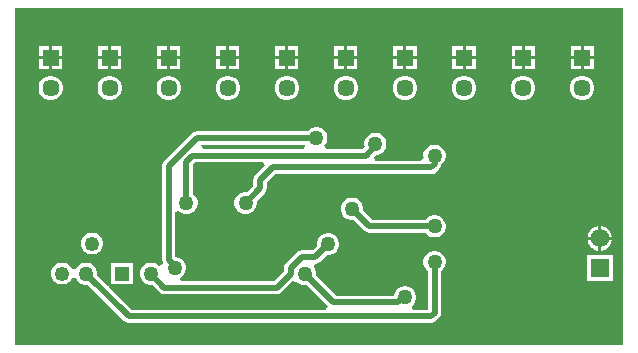
<source format=gbl>
G04*
G04 #@! TF.GenerationSoftware,Altium Limited,Altium Designer,25.1.2 (22)*
G04*
G04 Layer_Physical_Order=2*
G04 Layer_Color=16711680*
%FSLAX44Y44*%
%MOMM*%
G71*
G04*
G04 #@! TF.SameCoordinates,AD346B73-5CDA-477C-9317-97912F4A6BFF*
G04*
G04*
G04 #@! TF.FilePolarity,Positive*
G04*
G01*
G75*
%ADD24C,1.4500*%
%ADD25R,1.4500X1.4500*%
%ADD26C,1.5700*%
%ADD27R,1.5700X1.5700*%
%ADD28C,1.2500*%
%ADD29R,1.2500X1.2500*%
%ADD31C,0.5000*%
%ADD32C,1.2700*%
G36*
X515000Y0D02*
X0D01*
Y285000D01*
X515000D01*
Y0D01*
D02*
G37*
%LPC*%
G36*
X489790Y252490D02*
X481270D01*
Y243970D01*
X489790D01*
Y252490D01*
D02*
G37*
G36*
X439790D02*
X431270D01*
Y243970D01*
X439790D01*
Y252490D01*
D02*
G37*
G36*
X389790D02*
X381270D01*
Y243970D01*
X389790D01*
Y252490D01*
D02*
G37*
G36*
X339790D02*
X331270D01*
Y243970D01*
X339790D01*
Y252490D01*
D02*
G37*
G36*
X289790D02*
X281270D01*
Y243970D01*
X289790D01*
Y252490D01*
D02*
G37*
G36*
X239790D02*
X231270D01*
Y243970D01*
X239790D01*
Y252490D01*
D02*
G37*
G36*
X189790D02*
X181270D01*
Y243970D01*
X189790D01*
Y252490D01*
D02*
G37*
G36*
X139790D02*
X131270D01*
Y243970D01*
X139790D01*
Y252490D01*
D02*
G37*
G36*
X89790D02*
X81270D01*
Y243970D01*
X89790D01*
Y252490D01*
D02*
G37*
G36*
X39790D02*
X31270D01*
Y243970D01*
X39790D01*
Y252490D01*
D02*
G37*
G36*
X478730D02*
X470210D01*
Y243970D01*
X478730D01*
Y252490D01*
D02*
G37*
G36*
X428730D02*
X420210D01*
Y243970D01*
X428730D01*
Y252490D01*
D02*
G37*
G36*
X378730D02*
X370210D01*
Y243970D01*
X378730D01*
Y252490D01*
D02*
G37*
G36*
X328730D02*
X320210D01*
Y243970D01*
X328730D01*
Y252490D01*
D02*
G37*
G36*
X278730D02*
X270210D01*
Y243970D01*
X278730D01*
Y252490D01*
D02*
G37*
G36*
X228730D02*
X220210D01*
Y243970D01*
X228730D01*
Y252490D01*
D02*
G37*
G36*
X178730D02*
X170210D01*
Y243970D01*
X178730D01*
Y252490D01*
D02*
G37*
G36*
X128730D02*
X120210D01*
Y243970D01*
X128730D01*
Y252490D01*
D02*
G37*
G36*
X78730D02*
X70210D01*
Y243970D01*
X78730D01*
Y252490D01*
D02*
G37*
G36*
X28730D02*
X20210D01*
Y243970D01*
X28730D01*
Y252490D01*
D02*
G37*
G36*
X489790Y241430D02*
X481270D01*
Y232910D01*
X489790D01*
Y241430D01*
D02*
G37*
G36*
X478730D02*
X470210D01*
Y232910D01*
X478730D01*
Y241430D01*
D02*
G37*
G36*
X439790D02*
X431270D01*
Y232910D01*
X439790D01*
Y241430D01*
D02*
G37*
G36*
X428730D02*
X420210D01*
Y232910D01*
X428730D01*
Y241430D01*
D02*
G37*
G36*
X389790D02*
X381270D01*
Y232910D01*
X389790D01*
Y241430D01*
D02*
G37*
G36*
X378730D02*
X370210D01*
Y232910D01*
X378730D01*
Y241430D01*
D02*
G37*
G36*
X339790D02*
X331270D01*
Y232910D01*
X339790D01*
Y241430D01*
D02*
G37*
G36*
X328730D02*
X320210D01*
Y232910D01*
X328730D01*
Y241430D01*
D02*
G37*
G36*
X289790D02*
X281270D01*
Y232910D01*
X289790D01*
Y241430D01*
D02*
G37*
G36*
X278730D02*
X270210D01*
Y232910D01*
X278730D01*
Y241430D01*
D02*
G37*
G36*
X239790D02*
X231270D01*
Y232910D01*
X239790D01*
Y241430D01*
D02*
G37*
G36*
X228730D02*
X220210D01*
Y232910D01*
X228730D01*
Y241430D01*
D02*
G37*
G36*
X189790D02*
X181270D01*
Y232910D01*
X189790D01*
Y241430D01*
D02*
G37*
G36*
X178730D02*
X170210D01*
Y232910D01*
X178730D01*
Y241430D01*
D02*
G37*
G36*
X139790D02*
X131270D01*
Y232910D01*
X139790D01*
Y241430D01*
D02*
G37*
G36*
X128730D02*
X120210D01*
Y232910D01*
X128730D01*
Y241430D01*
D02*
G37*
G36*
X89790D02*
X81270D01*
Y232910D01*
X89790D01*
Y241430D01*
D02*
G37*
G36*
X78730D02*
X70210D01*
Y232910D01*
X78730D01*
Y241430D01*
D02*
G37*
G36*
X39790D02*
X31270D01*
Y232910D01*
X39790D01*
Y241430D01*
D02*
G37*
G36*
X28730D02*
X20210D01*
Y232910D01*
X28730D01*
Y241430D01*
D02*
G37*
G36*
X481349Y227550D02*
X478651D01*
X476044Y226852D01*
X473706Y225502D01*
X471798Y223594D01*
X470448Y221256D01*
X469750Y218649D01*
Y215951D01*
X470448Y213344D01*
X471798Y211006D01*
X473706Y209098D01*
X476044Y207749D01*
X478651Y207050D01*
X481349D01*
X483956Y207749D01*
X486294Y209098D01*
X488202Y211006D01*
X489552Y213344D01*
X490250Y215951D01*
Y218649D01*
X489552Y221256D01*
X488202Y223594D01*
X486294Y225502D01*
X483956Y226852D01*
X481349Y227550D01*
D02*
G37*
G36*
X431349D02*
X428651D01*
X426044Y226852D01*
X423706Y225502D01*
X421798Y223594D01*
X420448Y221256D01*
X419750Y218649D01*
Y215951D01*
X420448Y213344D01*
X421798Y211006D01*
X423706Y209098D01*
X426044Y207749D01*
X428651Y207050D01*
X431349D01*
X433956Y207749D01*
X436294Y209098D01*
X438202Y211006D01*
X439552Y213344D01*
X440250Y215951D01*
Y218649D01*
X439552Y221256D01*
X438202Y223594D01*
X436294Y225502D01*
X433956Y226852D01*
X431349Y227550D01*
D02*
G37*
G36*
X381349D02*
X378651D01*
X376044Y226852D01*
X373706Y225502D01*
X371798Y223594D01*
X370448Y221256D01*
X369750Y218649D01*
Y215951D01*
X370448Y213344D01*
X371798Y211006D01*
X373706Y209098D01*
X376044Y207749D01*
X378651Y207050D01*
X381349D01*
X383956Y207749D01*
X386294Y209098D01*
X388202Y211006D01*
X389552Y213344D01*
X390250Y215951D01*
Y218649D01*
X389552Y221256D01*
X388202Y223594D01*
X386294Y225502D01*
X383956Y226852D01*
X381349Y227550D01*
D02*
G37*
G36*
X331349D02*
X328651D01*
X326044Y226852D01*
X323706Y225502D01*
X321798Y223594D01*
X320448Y221256D01*
X319750Y218649D01*
Y215951D01*
X320448Y213344D01*
X321798Y211006D01*
X323706Y209098D01*
X326044Y207749D01*
X328651Y207050D01*
X331349D01*
X333956Y207749D01*
X336294Y209098D01*
X338202Y211006D01*
X339552Y213344D01*
X340250Y215951D01*
Y218649D01*
X339552Y221256D01*
X338202Y223594D01*
X336294Y225502D01*
X333956Y226852D01*
X331349Y227550D01*
D02*
G37*
G36*
X281349D02*
X278651D01*
X276044Y226852D01*
X273706Y225502D01*
X271798Y223594D01*
X270448Y221256D01*
X269750Y218649D01*
Y215951D01*
X270448Y213344D01*
X271798Y211006D01*
X273706Y209098D01*
X276044Y207749D01*
X278651Y207050D01*
X281349D01*
X283956Y207749D01*
X286294Y209098D01*
X288202Y211006D01*
X289552Y213344D01*
X290250Y215951D01*
Y218649D01*
X289552Y221256D01*
X288202Y223594D01*
X286294Y225502D01*
X283956Y226852D01*
X281349Y227550D01*
D02*
G37*
G36*
X231349D02*
X228651D01*
X226044Y226852D01*
X223706Y225502D01*
X221798Y223594D01*
X220448Y221256D01*
X219750Y218649D01*
Y215951D01*
X220448Y213344D01*
X221798Y211006D01*
X223706Y209098D01*
X226044Y207749D01*
X228651Y207050D01*
X231349D01*
X233956Y207749D01*
X236294Y209098D01*
X238202Y211006D01*
X239552Y213344D01*
X240250Y215951D01*
Y218649D01*
X239552Y221256D01*
X238202Y223594D01*
X236294Y225502D01*
X233956Y226852D01*
X231349Y227550D01*
D02*
G37*
G36*
X181349D02*
X178651D01*
X176044Y226852D01*
X173706Y225502D01*
X171798Y223594D01*
X170448Y221256D01*
X169750Y218649D01*
Y215951D01*
X170448Y213344D01*
X171798Y211006D01*
X173706Y209098D01*
X176044Y207749D01*
X178651Y207050D01*
X181349D01*
X183956Y207749D01*
X186294Y209098D01*
X188202Y211006D01*
X189552Y213344D01*
X190250Y215951D01*
Y218649D01*
X189552Y221256D01*
X188202Y223594D01*
X186294Y225502D01*
X183956Y226852D01*
X181349Y227550D01*
D02*
G37*
G36*
X131349D02*
X128651D01*
X126044Y226852D01*
X123706Y225502D01*
X121798Y223594D01*
X120449Y221256D01*
X119750Y218649D01*
Y215951D01*
X120449Y213344D01*
X121798Y211006D01*
X123706Y209098D01*
X126044Y207749D01*
X128651Y207050D01*
X131349D01*
X133956Y207749D01*
X136294Y209098D01*
X138202Y211006D01*
X139551Y213344D01*
X140250Y215951D01*
Y218649D01*
X139551Y221256D01*
X138202Y223594D01*
X136294Y225502D01*
X133956Y226852D01*
X131349Y227550D01*
D02*
G37*
G36*
X81349D02*
X78651D01*
X76044Y226852D01*
X73706Y225502D01*
X71798Y223594D01*
X70448Y221256D01*
X69750Y218649D01*
Y215951D01*
X70448Y213344D01*
X71798Y211006D01*
X73706Y209098D01*
X76044Y207749D01*
X78651Y207050D01*
X81349D01*
X83956Y207749D01*
X86294Y209098D01*
X88202Y211006D01*
X89551Y213344D01*
X90250Y215951D01*
Y218649D01*
X89551Y221256D01*
X88202Y223594D01*
X86294Y225502D01*
X83956Y226852D01*
X81349Y227550D01*
D02*
G37*
G36*
X31349D02*
X28651D01*
X26044Y226852D01*
X23706Y225502D01*
X21798Y223594D01*
X20449Y221256D01*
X19750Y218649D01*
Y215951D01*
X20449Y213344D01*
X21798Y211006D01*
X23706Y209098D01*
X26044Y207749D01*
X28651Y207050D01*
X31349D01*
X33956Y207749D01*
X36294Y209098D01*
X38202Y211006D01*
X39551Y213344D01*
X40250Y215951D01*
Y218649D01*
X39551Y221256D01*
X38202Y223594D01*
X36294Y225502D01*
X33956Y226852D01*
X31349Y227550D01*
D02*
G37*
G36*
X256231Y184350D02*
X253769D01*
X251391Y183713D01*
X249259Y182482D01*
X247518Y180741D01*
X247441Y180608D01*
X153686D01*
X151540Y180181D01*
X149721Y178965D01*
X126035Y155279D01*
X124819Y153460D01*
X124392Y151314D01*
Y71779D01*
X124819Y69633D01*
X125191Y69076D01*
X124690Y67653D01*
X121272Y66951D01*
X120741Y67482D01*
X118609Y68713D01*
X116231Y69350D01*
X113769D01*
X111391Y68713D01*
X109259Y67482D01*
X107518Y65741D01*
X106287Y63609D01*
X105650Y61231D01*
Y58769D01*
X106287Y56391D01*
X107518Y54259D01*
X109259Y52518D01*
X111391Y51287D01*
X113769Y50650D01*
X115842D01*
X122307Y44185D01*
X124126Y42969D01*
X126272Y42542D01*
X221300D01*
X223446Y42969D01*
X225265Y44185D01*
X234759Y53678D01*
X238550Y53227D01*
X239259Y52518D01*
X241391Y51287D01*
X243769Y50650D01*
X246231D01*
X246380Y50690D01*
X264448Y32622D01*
X263475Y29768D01*
X263359Y29622D01*
X98309D01*
X79239Y48692D01*
X81273Y50900D01*
X84099Y50900D01*
X99650D01*
Y69400D01*
X81150D01*
Y53898D01*
X81150Y51023D01*
X78942Y48989D01*
X69310Y58620D01*
X69350Y58769D01*
Y61231D01*
X68713Y63609D01*
X67482Y65741D01*
X65741Y67482D01*
X63609Y68713D01*
X61231Y69350D01*
X58769D01*
X56391Y68713D01*
X54259Y67482D01*
X52518Y65741D01*
X51334Y63689D01*
X51031Y63618D01*
X48257Y63719D01*
X48214Y63730D01*
X47002Y65830D01*
X45280Y67552D01*
X43170Y68770D01*
X40818Y69400D01*
X38382D01*
X36030Y68770D01*
X33920Y67552D01*
X32198Y65830D01*
X30980Y63720D01*
X30350Y61368D01*
Y58932D01*
X30980Y56580D01*
X32198Y54470D01*
X33920Y52748D01*
X36030Y51530D01*
X38382Y50900D01*
X40818D01*
X43170Y51530D01*
X45280Y52748D01*
X47002Y54470D01*
X48159Y56475D01*
X48547Y56562D01*
X51281Y56414D01*
X51287Y56391D01*
X52518Y54259D01*
X54259Y52518D01*
X56391Y51287D01*
X58769Y50650D01*
X61231D01*
X61380Y50690D01*
X92021Y20049D01*
X93840Y18833D01*
X95986Y18406D01*
X352071D01*
X354217Y18833D01*
X356036Y20049D01*
X358965Y22978D01*
X360181Y24797D01*
X360608Y26943D01*
Y62441D01*
X360741Y62518D01*
X362482Y64259D01*
X363713Y66391D01*
X364350Y68769D01*
Y71231D01*
X363713Y73609D01*
X362482Y75741D01*
X360741Y77482D01*
X358609Y78713D01*
X356231Y79350D01*
X353769D01*
X351391Y78713D01*
X349259Y77482D01*
X347518Y75741D01*
X346287Y73609D01*
X345650Y71231D01*
Y68769D01*
X346287Y66391D01*
X347518Y64259D01*
X349259Y62518D01*
X349392Y62441D01*
Y29622D01*
X336724D01*
X335868Y32144D01*
X335845Y32622D01*
X337482Y34259D01*
X338713Y36391D01*
X339350Y38769D01*
Y41231D01*
X338713Y43609D01*
X337482Y45741D01*
X335741Y47482D01*
X333609Y48713D01*
X331231Y49350D01*
X328769D01*
X326391Y48713D01*
X324259Y47482D01*
X322518Y45741D01*
X321287Y43609D01*
X320714Y41472D01*
X271459D01*
X254310Y58620D01*
X254350Y58769D01*
Y61231D01*
X253713Y63609D01*
X252558Y65610D01*
X252704Y66205D01*
X253856Y68610D01*
X254218D01*
X256364Y69037D01*
X258183Y70252D01*
X263620Y75690D01*
X263769Y75650D01*
X266231D01*
X268609Y76287D01*
X270741Y77518D01*
X272482Y79259D01*
X273713Y81391D01*
X274350Y83769D01*
Y86231D01*
X273713Y88609D01*
X272482Y90741D01*
X270741Y92482D01*
X268609Y93713D01*
X266231Y94350D01*
X263769D01*
X261391Y93713D01*
X259259Y92482D01*
X257518Y90741D01*
X256287Y88609D01*
X255650Y86231D01*
Y83769D01*
X255690Y83620D01*
X251895Y79825D01*
X242459D01*
X240313Y79398D01*
X238494Y78183D01*
X229185Y68874D01*
X227969Y67054D01*
X227542Y64908D01*
Y62323D01*
X218977Y53758D01*
X140228D01*
X139424Y56758D01*
X140741Y57518D01*
X142482Y59259D01*
X143713Y61391D01*
X144350Y63769D01*
Y66231D01*
X143713Y68609D01*
X142482Y70741D01*
X140741Y72482D01*
X138609Y73713D01*
X136231Y74350D01*
X135608D01*
Y111927D01*
X138608Y113169D01*
X139259Y112518D01*
X141391Y111287D01*
X143769Y110650D01*
X146231D01*
X148609Y111287D01*
X150741Y112518D01*
X152482Y114259D01*
X153713Y116391D01*
X154350Y118769D01*
Y121231D01*
X153713Y123609D01*
X152482Y125741D01*
X150741Y127482D01*
X150608Y127559D01*
Y152677D01*
X152323Y154392D01*
X210148D01*
X211391Y151392D01*
X203236Y143237D01*
X202020Y141418D01*
X201593Y139272D01*
Y134524D01*
X196380Y129310D01*
X196231Y129350D01*
X193769D01*
X191391Y128713D01*
X189259Y127482D01*
X187518Y125741D01*
X186287Y123609D01*
X185650Y121231D01*
Y118769D01*
X186287Y116391D01*
X187518Y114259D01*
X189259Y112518D01*
X191391Y111287D01*
X193769Y110650D01*
X196231D01*
X198609Y111287D01*
X200741Y112518D01*
X202482Y114259D01*
X203713Y116391D01*
X204350Y118769D01*
Y121231D01*
X204310Y121380D01*
X211166Y128236D01*
X212382Y130055D01*
X212809Y132201D01*
Y136949D01*
X220252Y144392D01*
X352071D01*
X354217Y144819D01*
X356036Y146035D01*
X358965Y148964D01*
X360181Y150783D01*
X360498Y152378D01*
X360741Y152518D01*
X362482Y154259D01*
X363713Y156391D01*
X364350Y158769D01*
Y161231D01*
X363713Y163609D01*
X362482Y165741D01*
X360741Y167482D01*
X358609Y168713D01*
X356231Y169350D01*
X353769D01*
X351391Y168713D01*
X349259Y167482D01*
X347518Y165741D01*
X346287Y163609D01*
X345650Y161231D01*
Y158769D01*
X345693Y158608D01*
X343395Y155608D01*
X304852D01*
X303609Y158608D01*
X305652Y160650D01*
X306231D01*
X308609Y161287D01*
X310741Y162518D01*
X312482Y164259D01*
X313713Y166391D01*
X314350Y168769D01*
Y171231D01*
X313713Y173609D01*
X312482Y175741D01*
X310741Y177482D01*
X308609Y178713D01*
X306231Y179350D01*
X303769D01*
X301391Y178713D01*
X299259Y177482D01*
X297518Y175741D01*
X296287Y173609D01*
X295650Y171231D01*
Y168769D01*
X295811Y168167D01*
X293692Y165608D01*
X263073D01*
X261831Y168608D01*
X262482Y169259D01*
X263713Y171391D01*
X264350Y173769D01*
Y176231D01*
X263713Y178609D01*
X262482Y180741D01*
X260741Y182482D01*
X258609Y183713D01*
X256231Y184350D01*
D02*
G37*
G36*
X496368Y100390D02*
X496270D01*
Y91270D01*
X505390D01*
Y91368D01*
X504682Y94010D01*
X503314Y96380D01*
X501380Y98314D01*
X499010Y99682D01*
X496368Y100390D01*
D02*
G37*
G36*
X493730D02*
X493632D01*
X490990Y99682D01*
X488620Y98314D01*
X486686Y96380D01*
X485318Y94010D01*
X484610Y91368D01*
Y91270D01*
X493730D01*
Y100390D01*
D02*
G37*
G36*
X286231Y124350D02*
X283769D01*
X281391Y123713D01*
X279259Y122482D01*
X277518Y120741D01*
X276287Y118609D01*
X275650Y116231D01*
Y113769D01*
X276287Y111391D01*
X277518Y109259D01*
X279259Y107518D01*
X281391Y106287D01*
X283769Y105650D01*
X286231D01*
X286380Y105690D01*
X295885Y96185D01*
X297704Y94969D01*
X299850Y94542D01*
X347441D01*
X347518Y94409D01*
X349259Y92668D01*
X351391Y91437D01*
X353769Y90800D01*
X356231D01*
X358609Y91437D01*
X360741Y92668D01*
X362482Y94409D01*
X363713Y96541D01*
X364350Y98919D01*
Y101381D01*
X363713Y103759D01*
X362482Y105891D01*
X360741Y107632D01*
X358609Y108863D01*
X356231Y109500D01*
X353769D01*
X351391Y108863D01*
X349259Y107632D01*
X347518Y105891D01*
X347441Y105758D01*
X302173D01*
X294310Y113620D01*
X294350Y113769D01*
Y116231D01*
X293713Y118609D01*
X292482Y120741D01*
X290741Y122482D01*
X288609Y123713D01*
X286231Y124350D01*
D02*
G37*
G36*
X505390Y88730D02*
X496270D01*
Y79610D01*
X496368D01*
X499010Y80318D01*
X501380Y81686D01*
X503314Y83620D01*
X504682Y85990D01*
X505390Y88632D01*
Y88730D01*
D02*
G37*
G36*
X493730D02*
X484610D01*
Y88632D01*
X485318Y85990D01*
X486686Y83620D01*
X488620Y81686D01*
X490990Y80318D01*
X493632Y79610D01*
X493730D01*
Y88730D01*
D02*
G37*
G36*
X66218Y94800D02*
X63782D01*
X61430Y94170D01*
X59320Y92952D01*
X57598Y91230D01*
X56380Y89120D01*
X55750Y86768D01*
Y84332D01*
X56380Y81980D01*
X57598Y79870D01*
X59320Y78148D01*
X61430Y76930D01*
X63782Y76300D01*
X66218D01*
X68570Y76930D01*
X70680Y78148D01*
X72402Y79870D01*
X73620Y81980D01*
X74250Y84332D01*
Y86768D01*
X73620Y89120D01*
X72402Y91230D01*
X70680Y92952D01*
X68570Y94170D01*
X66218Y94800D01*
D02*
G37*
G36*
X505850Y75450D02*
X484150D01*
Y53750D01*
X505850D01*
Y75450D01*
D02*
G37*
%LPD*%
G36*
X245771Y168608D02*
X244168Y165608D01*
X158829D01*
X157272Y168608D01*
X157824Y169392D01*
X245247D01*
X245771Y168608D01*
D02*
G37*
D24*
X30000Y217300D02*
D03*
X80000D02*
D03*
X130000D02*
D03*
X180000D02*
D03*
X230000D02*
D03*
X280000D02*
D03*
X330000D02*
D03*
X380000D02*
D03*
X430000D02*
D03*
X480000D02*
D03*
D25*
X30000Y242700D02*
D03*
X80000D02*
D03*
X130000D02*
D03*
X180000D02*
D03*
X230000D02*
D03*
X280000D02*
D03*
X330000D02*
D03*
X380000D02*
D03*
X430000D02*
D03*
X480000D02*
D03*
D26*
X495000Y90000D02*
D03*
D27*
Y64600D02*
D03*
D28*
X65000Y85550D02*
D03*
X39600Y60150D02*
D03*
D29*
X90400D02*
D03*
D31*
X323780Y35864D02*
X327916Y40000D01*
X330000D01*
X269136Y35864D02*
X323780D01*
X299850Y100150D02*
X355000D01*
X285000Y115000D02*
X299850Y100150D01*
X355000Y26943D02*
Y70000D01*
X352071Y24014D02*
X355000Y26943D01*
X95986Y24014D02*
X352071D01*
X145000Y120000D02*
Y155000D01*
X130000Y71779D02*
Y151314D01*
X135000Y65000D02*
Y66779D01*
X130000Y71779D02*
X135000Y66779D01*
X130000Y151314D02*
X153686Y175000D01*
X60000Y60000D02*
X95986Y24014D01*
X115000Y59422D02*
Y60000D01*
X126272Y48150D02*
X221300D01*
X115000Y59422D02*
X126272Y48150D01*
X254218Y74218D02*
X265000Y85000D01*
X242459Y74218D02*
X254218D01*
X233150Y64908D02*
X242459Y74218D01*
X233150Y60000D02*
Y64908D01*
X221300Y48150D02*
X233150Y60000D01*
X245000D02*
X269136Y35864D01*
X153686Y175000D02*
X255000D01*
X150000Y160000D02*
X297071D01*
X145000Y155000D02*
X150000Y160000D01*
X305000Y167929D02*
Y170000D01*
X297071Y160000D02*
X305000Y167929D01*
X217929Y150000D02*
X352071D01*
X207201Y139272D02*
X217929Y150000D01*
X207201Y132201D02*
Y139272D01*
X195000Y120000D02*
X207201Y132201D01*
X352071Y150000D02*
X355000Y152929D01*
Y160000D01*
X355000Y160000D01*
D32*
X330000Y40000D02*
D03*
X355000Y100150D02*
D03*
Y70000D02*
D03*
X145000Y120000D02*
D03*
X135000Y65000D02*
D03*
X60000Y60000D02*
D03*
X115000D02*
D03*
X265000Y85000D02*
D03*
X285000Y115000D02*
D03*
X245000Y60000D02*
D03*
X255000Y175000D02*
D03*
X305000Y170000D02*
D03*
X195000Y120000D02*
D03*
X355000Y160000D02*
D03*
M02*

</source>
